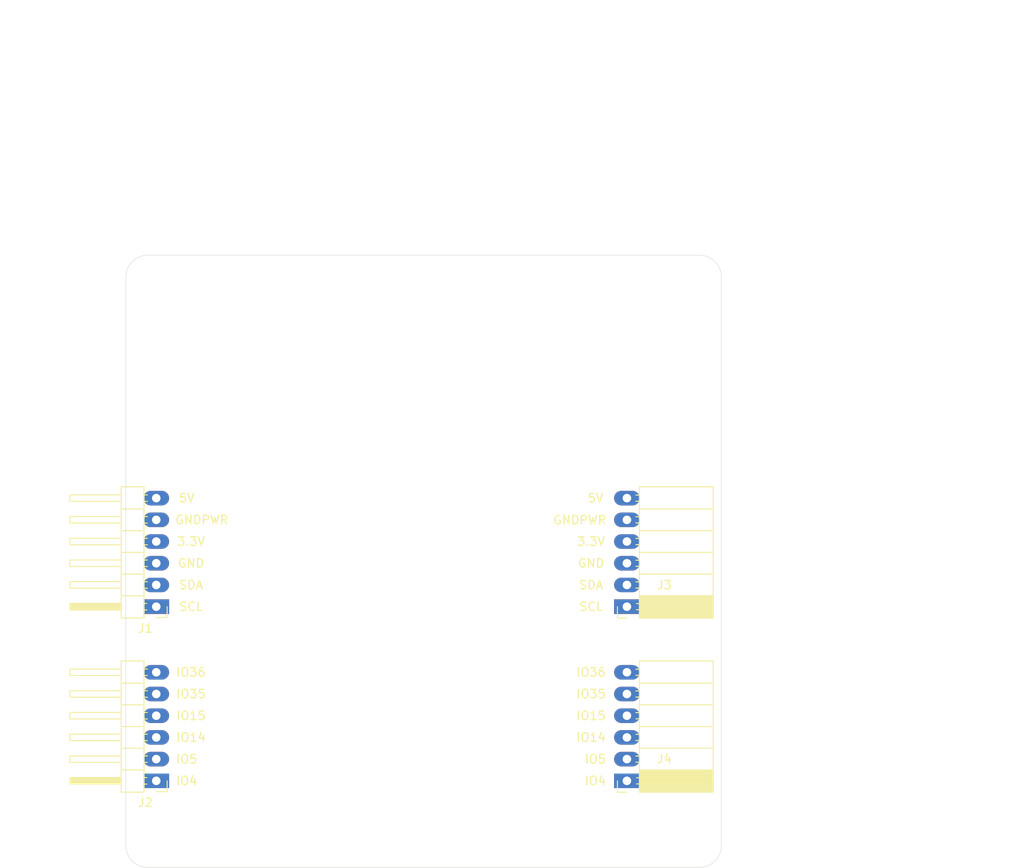
<source format=kicad_pcb>
(kicad_pcb (version 20210925) (generator pcbnew)
  (layers (0 "F.Cu" signal) (31 "B.Cu" signal) (34 "B.Paste" user) (35 "F.Paste" user) (36 "B.SilkS" user "B.Silkscreen") (37 "F.SilkS" user "F.Silkscreen") (38 "B.Mask" user) (39 "F.Mask" user) (44 "Edge.Cuts" user))
  (net 0 "")
  (net 1 "+5V")
  (net 2 "GNDPWR")
  (net 3 "+3V3")
  (net 4 "GND")
  (net 5 "SCL")
  (net 6 "SDA")
  (net 7 "GPIO15")
  (net 8 "GPIO5")
  (net 9 "GPIO4")
  (net 10 "GPIO36")
  (net 11 "GPIO35")
  (net 12 "GPIO14")
  (footprint "Connector_PinSocket_2.54mm:PinSocket_1x06_P2.54mm_Horizontal" (layer "F.Cu") (at 122.1 116.875 180)
    (fp_text reference "J4" (at -4.38 2.575) (layer "F.SilkS"))
    (fp_text value "Conn_01x06_Female")
    (fp_line (start -10.09 0.44333) (end -1.46 0.44333) (layer "F.SilkS") (width 0.12))
    (fp_line (start -10.09 -0.73762) (end -1.46 -0.73762) (layer "F.SilkS") (width 0.12))
    (fp_line (start -10.09 -0.02905) (end -1.46 -0.02905) (layer "F.SilkS") (width 0.12))
    (fp_line (start -10.09 -1.21) (end -1.46 -1.21) (layer "F.SilkS") (width 0.12))
    (fp_line (start -10.09 1.1519) (end -1.46 1.1519) (layer "F.SilkS") (width 0.12))
    (fp_line (start -10.09 -0.147145) (end -1.46 -0.147145) (layer "F.SilkS") (width 0.12))
    (fp_line (start -10.09 0.089045) (end -1.46 0.089045) (layer "F.SilkS") (width 0.12))
    (fp_line (start -1.46 10.52) (end -1.05 10.52) (layer "F.SilkS") (width 0.12))
    (fp_line (start -10.09 11.43) (end -1.46 11.43) (layer "F.SilkS") (width 0.12))
    (fp_line (start -10.09 0.561425) (end -1.46 0.561425) (layer "F.SilkS") (width 0.12))
    (fp_line (start -10.09 -1.091905) (end -1.46 -1.091905) (layer "F.SilkS") (width 0.12))
    (fp_line (start -10.09 -1.33) (end -10.09 14.03) (layer "F.SilkS") (width 0.12))
    (fp_line (start -1.46 -1.33) (end -1.46 14.03) (layer "F.SilkS") (width 0.12))
    (fp_line (start -1.46 9.8) (end -1.05 9.8) (layer "F.SilkS") (width 0.12))
    (fp_line (start -10.09 1.033805) (end -1.46 1.033805) (layer "F.SilkS") (width 0.12))
    (fp_line (start -10.09 -0.97381) (end -1.46 -0.97381) (layer "F.SilkS") (width 0.12))
    (fp_line (start -1.46 5.44) (end -1.05 5.44) (layer "F.SilkS") (width 0.12))
    (fp_line (start -10.09 6.35) (end -1.46 6.35) (layer "F.SilkS") (width 0.12))
    (fp_line (start -1.46 -0.36) (end -1.11 -0.36) (layer "F.SilkS") (width 0.12))
    (fp_line (start -10.09 -0.855715) (end -1.46 -0.855715) (layer "F.SilkS") (width 0.12))
    (fp_line (start -1.46 7.98) (end -1.05 7.98) (layer "F.SilkS") (width 0.12))
    (fp_line (start -10.09 14.03) (end -1.46 14.03) (layer "F.SilkS") (width 0.12))
    (fp_line (start -1.46 7.26) (end -1.05 7.26) (layer "F.SilkS") (width 0.12))
    (fp_line (start -10.09 0.91571) (end -1.46 0.91571) (layer "F.SilkS") (width 0.12))
    (fp_line (start -10.09 -0.26524) (end -1.46 -0.26524) (layer "F.SilkS") (width 0.12))
    (fp_line (start -10.09 -0.383335) (end -1.46 -0.383335) (layer "F.SilkS") (width 0.12))
    (fp_line (start -1.46 0.36) (end -1.11 0.36) (layer "F.SilkS") (width 0.12))
    (fp_line (start -1.46 2.18) (end -1.05 2.18) (layer "F.SilkS") (width 0.12))
    (fp_line (start -1.46 2.9) (end -1.05 2.9) (layer "F.SilkS") (width 0.12))
    (fp_line (start 1.11 -1.33) (end 1.11 0) (layer "F.SilkS") (width 0.12))
    (fp_line (start -10.09 -1.33) (end -1.46 -1.33) (layer "F.SilkS") (width 0.12))
    (fp_line (start -10.09 -0.619525) (end -1.46 -0.619525) (layer "F.SilkS") (width 0.12))
    (fp_line (start -10.09 8.89) (end -1.46 8.89) (layer "F.SilkS") (width 0.12))
    (fp_line (start -10.09 3.81) (end -1.46 3.81) (layer "F.SilkS") (width 0.12))
    (fp_line (start -10.09 0.67952) (end -1.46 0.67952) (layer "F.SilkS") (width 0.12))
    (fp_line (start 0 -1.33) (end 1.11 -1.33) (layer "F.SilkS") (width 0.12))
    (fp_line (start -1.46 4.72) (end -1.05 4.72) (layer "F.SilkS") (width 0.12))
    (fp_line (start -10.09 0.325235) (end -1.46 0.325235) (layer "F.SilkS") (width 0.12))
    (fp_line (start -1.46 13.06) (end -1.05 13.06) (layer "F.SilkS") (width 0.12))
    (fp_line (start -10.09 -0.50143) (end -1.46 -0.50143) (layer "F.SilkS") (width 0.12))
    (fp_line (start -1.46 12.34) (end -1.05 12.34) (layer "F.SilkS") (width 0.12))
    (fp_line (start -10.09 1.27) (end -1.46 1.27) (layer "F.SilkS") (width 0.12))
    (fp_line (start -10.09 0.797615) (end -1.46 0.797615) (layer "F.SilkS") (width 0.12))
    (fp_line (start -10.09 0.20714) (end -1.46 0.20714) (layer "F.SilkS") (width 0.12))
    (pad "1" thru_hole rect locked (at 0 0 180) (size 3 1.7) (drill 1) (layers *.Cu *.Mask) (net 9 "GPIO4"))
    (pad "2" thru_hole oval locked (at 0 2.54 180) (size 3 1.7) (drill 1) (layers *.Cu *.Mask) (net 8 "GPIO5"))
    (pad "3" thru_hole oval locked (at 0 5.08 180) (size 3 1.7) (drill 1) (layers *.Cu *.Mask) (net 12 "GPIO14"))
    (pad "4" thru_hole oval locked (at 0 7.62 180) (size 3 1.7) (drill 1) (layers *.Cu *.Mask) (net 7 "GPIO15"))
    (pad "5" thru_hole oval locked (at 0 10.16 180) (size 3 1.7) (drill 1) (layers *.Cu *.Mask) (net 11 "GPIO35"))
    (pad "6" thru_hole oval locked (at 0 12.7 180) (size 3 1.7) (drill 1) (layers *.Cu *.Mask) (net 10 "GPIO36"))
  )
  (footprint "Connector_PinHeader_2.54mm:PinHeader_1x06_P2.54mm_Horizontal" (layer "F.Cu") (at 67.056 96.495 180)
    (fp_text reference "J1" (at 1.27 -2.54) (layer "F.SilkS"))
    (fp_text value "Conn_01x06_Male")
    (fp_line (start 1.44 14.03) (end 4.1 14.03) (layer "F.SilkS") (width 0.12))
    (fp_line (start 4.1 -1.33) (end 1.44 -1.33) (layer "F.SilkS") (width 0.12))
    (fp_line (start 10.1 5.46) (end 4.1 5.46) (layer "F.SilkS") (width 0.12))
    (fp_line (start 1.042929 2.16) (end 1.44 2.16) (layer "F.SilkS") (width 0.12))
    (fp_line (start 4.1 -0.32) (end 10.1 -0.32) (layer "F.SilkS") (width 0.12))
    (fp_line (start 1.44 11.43) (end 4.1 11.43) (layer "F.SilkS") (width 0.12))
    (fp_line (start 4.1 0.16) (end 10.1 0.16) (layer "F.SilkS") (width 0.12))
    (fp_line (start 10.1 4.7) (end 10.1 5.46) (layer "F.SilkS") (width 0.12))
    (fp_line (start 1.042929 4.7) (end 1.44 4.7) (layer "F.SilkS") (width 0.12))
    (fp_line (start 4.1 7.24) (end 10.1 7.24) (layer "F.SilkS") (width 0.12))
    (fp_line (start 1.11 0.38) (end 1.44 0.38) (layer "F.SilkS") (width 0.12))
    (fp_line (start 4.1 14.03) (end 4.1 -1.33) (layer "F.SilkS") (width 0.12))
    (fp_line (start 10.1 8) (end 4.1 8) (layer "F.SilkS") (width 0.12))
    (fp_line (start 10.1 9.78) (end 10.1 10.54) (layer "F.SilkS") (width 0.12))
    (fp_line (start 1.042929 12.32) (end 1.44 12.32) (layer "F.SilkS") (width 0.12))
    (fp_line (start 10.1 10.54) (end 4.1 10.54) (layer "F.SilkS") (width 0.12))
    (fp_line (start 4.1 12.32) (end 10.1 12.32) (layer "F.SilkS") (width 0.12))
    (fp_line (start 4.1 0.28) (end 10.1 0.28) (layer "F.SilkS") (width 0.12))
    (fp_line (start 1.44 6.35) (end 4.1 6.35) (layer "F.SilkS") (width 0.12))
    (fp_line (start 10.1 12.32) (end 10.1 13.08) (layer "F.SilkS") (width 0.12))
    (fp_line (start 10.1 -0.38) (end 10.1 0.38) (layer "F.SilkS") (width 0.12))
    (fp_line (start -1.27 0) (end -1.27 -1.27) (layer "F.SilkS") (width 0.12))
    (fp_line (start 1.042929 9.78) (end 1.44 9.78) (layer "F.SilkS") (width 0.12))
    (fp_line (start 10.1 13.08) (end 4.1 13.08) (layer "F.SilkS") (width 0.12))
    (fp_line (start 1.042929 7.24) (end 1.44 7.24) (layer "F.SilkS") (width 0.12))
    (fp_line (start 4.1 9.78) (end 10.1 9.78) (layer "F.SilkS") (width 0.12))
    (fp_line (start 4.1 -0.38) (end 10.1 -0.38) (layer "F.SilkS") (width 0.12))
    (fp_line (start 1.11 -0.38) (end 1.44 -0.38) (layer "F.SilkS") (width 0.12))
    (fp_line (start 4.1 2.16) (end 10.1 2.16) (layer "F.SilkS") (width 0.12))
    (fp_line (start 1.44 -1.33) (end 1.44 14.03) (layer "F.SilkS") (width 0.12))
    (fp_line (start -1.27 -1.27) (end 0 -1.27) (layer "F.SilkS") (width 0.12))
    (fp_line (start 1.042929 5.46) (end 1.44 5.46) (layer "F.SilkS") (width 0.12))
    (fp_line (start 1.44 8.89) (end 4.1 8.89) (layer "F.SilkS") (width 0.12))
    (fp_line (start 1.44 3.81) (end 4.1 3.81) (layer "F.SilkS") (width 0.12))
    (fp_line (start 1.042929 8) (end 1.44 8) (layer "F.SilkS") (width 0.12))
    (fp_line (start 1.44 1.27) (end 4.1 1.27) (layer "F.SilkS") (width 0.12))
    (fp_line (start 10.1 0.38) (end 4.1 0.38) (layer "F.SilkS") (width 0.12))
    (fp_line (start 4.1 0.04) (end 10.1 0.04) (layer "F.SilkS") (width 0.12))
    (fp_line (start 4.1 4.7) (end 10.1 4.7) (layer "F.SilkS") (width 0.12))
    (fp_line (start 1.042929 2.92) (end 1.44 2.92) (layer "F.SilkS") (width 0.12))
    (fp_line (start 4.1 -0.08) (end 10.1 -0.08) (layer "F.SilkS") (width 0.12))
    (fp_line (start 10.1 2.16) (end 10.1 2.92) (layer "F.SilkS") (width 0.12))
    (fp_line (start 10.1 2.92) (end 4.1 2.92) (layer "F.SilkS") (width 0.12))
    (fp_line (start 1.042929 13.08) (end 1.44 13.08) (layer "F.SilkS") (width 0.12))
    (fp_line (start 4.1 -0.2) (end 10.1 -0.2) (layer "F.SilkS") (width 0.12))
    (fp_line (start 10.1 7.24) (end 10.1 8) (layer "F.SilkS") (width 0.12))
    (fp_line (start 1.042929 10.54) (end 1.44 10.54) (layer "F.SilkS") (width 0.12))
    (pad "1" thru_hole rect locked (at 0 0 180) (size 3 1.7) (drill 1) (layers *.Cu *.Mask) (net 5 "SCL"))
    (pad "2" thru_hole oval locked (at 0 2.54 180) (size 3 1.7) (drill 1) (layers *.Cu *.Mask) (net 6 "SDA"))
    (pad "3" thru_hole oval locked (at 0 5.08 180) (size 3 1.7) (drill 1) (layers *.Cu *.Mask) (net 4 "GND"))
    (pad "4" thru_hole oval locked (at 0 7.62 180) (size 3 1.7) (drill 1) (layers *.Cu *.Mask) (net 3 "+3V3"))
    (pad "5" thru_hole oval locked (at 0 10.16 180) (size 3 1.7) (drill 1) (layers *.Cu *.Mask) (net 2 "GNDPWR"))
    (pad "6" thru_hole oval locked (at 0 12.7 180) (size 3 1.7) (drill 1) (layers *.Cu *.Mask) (net 1 "+5V"))
  )
  (footprint "Connector_PinHeader_2.54mm:PinHeader_1x06_P2.54mm_Horizontal" (layer "F.Cu") (at 67.056 116.875 180)
    (fp_text reference "J2" (at 1.27 -2.54) (layer "F.SilkS"))
    (fp_text value "Conn_01x06_Male")
    (fp_line (start 1.44 1.27) (end 4.1 1.27) (layer "F.SilkS") (width 0.12))
    (fp_line (start 1.042929 4.7) (end 1.44 4.7) (layer "F.SilkS") (width 0.12))
    (fp_line (start 10.1 7.24) (end 10.1 8) (layer "F.SilkS") (width 0.12))
    (fp_line (start 10.1 2.92) (end 4.1 2.92) (layer "F.SilkS") (width 0.12))
    (fp_line (start 10.1 5.46) (end 4.1 5.46) (layer "F.SilkS") (width 0.12))
    (fp_line (start -1.27 -1.27) (end 0 -1.27) (layer "F.SilkS") (width 0.12))
    (fp_line (start 4.1 0.04) (end 10.1 0.04) (layer "F.SilkS") (width 0.12))
    (fp_line (start -1.27 0) (end -1.27 -1.27) (layer "F.SilkS") (width 0.12))
    (fp_line (start 4.1 14.03) (end 4.1 -1.33) (layer "F.SilkS") (width 0.12))
    (fp_line (start 1.44 11.43) (end 4.1 11.43) (layer "F.SilkS") (width 0.12))
    (fp_line (start 10.1 9.78) (end 10.1 10.54) (layer "F.SilkS") (width 0.12))
    (fp_line (start 1.44 -1.33) (end 1.44 14.03) (layer "F.SilkS") (width 0.12))
    (fp_line (start 1.44 6.35) (end 4.1 6.35) (layer "F.SilkS") (width 0.12))
    (fp_line (start 10.1 2.16) (end 10.1 2.92) (layer "F.SilkS") (width 0.12))
    (fp_line (start 10.1 8) (end 4.1 8) (layer "F.SilkS") (width 0.12))
    (fp_line (start 1.042929 2.92) (end 1.44 2.92) (layer "F.SilkS") (width 0.12))
    (fp_line (start 1.11 -0.38) (end 1.44 -0.38) (layer "F.SilkS") (width 0.12))
    (fp_line (start 4.1 0.16) (end 10.1 0.16) (layer "F.SilkS") (width 0.12))
    (fp_line (start 1.042929 8) (end 1.44 8) (layer "F.SilkS") (width 0.12))
    (fp_line (start 4.1 -0.08) (end 10.1 -0.08) (layer "F.SilkS") (width 0.12))
    (fp_line (start 4.1 7.24) (end 10.1 7.24) (layer "F.SilkS") (width 0.12))
    (fp_line (start 1.042929 12.32) (end 1.44 12.32) (layer "F.SilkS") (width 0.12))
    (fp_line (start 1.042929 13.08) (end 1.44 13.08) (layer "F.SilkS") (width 0.12))
    (fp_line (start 4.1 4.7) (end 10.1 4.7) (layer "F.SilkS") (width 0.12))
    (fp_line (start 4.1 -0.38) (end 10.1 -0.38) (layer "F.SilkS") (width 0.12))
    (fp_line (start 1.042929 9.78) (end 1.44 9.78) (layer "F.SilkS") (width 0.12))
    (fp_line (start 4.1 0.28) (end 10.1 0.28) (layer "F.SilkS") (width 0.12))
    (fp_line (start 1.44 8.89) (end 4.1 8.89) (layer "F.SilkS") (width 0.12))
    (fp_line (start 1.042929 7.24) (end 1.44 7.24) (layer "F.SilkS") (width 0.12))
    (fp_line (start 1.44 14.03) (end 4.1 14.03) (layer "F.SilkS") (width 0.12))
    (fp_line (start 4.1 -1.33) (end 1.44 -1.33) (layer "F.SilkS") (width 0.12))
    (fp_line (start 10.1 10.54) (end 4.1 10.54) (layer "F.SilkS") (width 0.12))
    (fp_line (start 1.042929 10.54) (end 1.44 10.54) (layer "F.SilkS") (width 0.12))
    (fp_line (start 10.1 13.08) (end 4.1 13.08) (layer "F.SilkS") (width 0.12))
    (fp_line (start 1.042929 5.46) (end 1.44 5.46) (layer "F.SilkS") (width 0.12))
    (fp_line (start 4.1 2.16) (end 10.1 2.16) (layer "F.SilkS") (width 0.12))
    (fp_line (start 10.1 -0.38) (end 10.1 0.38) (layer "F.SilkS") (width 0.12))
    (fp_line (start 10.1 4.7) (end 10.1 5.46) (layer "F.SilkS") (width 0.12))
    (fp_line (start 1.11 0.38) (end 1.44 0.38) (layer "F.SilkS") (width 0.12))
    (fp_line (start 10.1 0.38) (end 4.1 0.38) (layer "F.SilkS") (width 0.12))
    (fp_line (start 1.44 3.81) (end 4.1 3.81) (layer "F.SilkS") (width 0.12))
    (fp_line (start 1.042929 2.16) (end 1.44 2.16) (layer "F.SilkS") (width 0.12))
    (fp_line (start 4.1 -0.2) (end 10.1 -0.2) (layer "F.SilkS") (width 0.12))
    (fp_line (start 4.1 9.78) (end 10.1 9.78) (layer "F.SilkS") (width 0.12))
    (fp_line (start 10.1 12.32) (end 10.1 13.08) (layer "F.SilkS") (width 0.12))
    (fp_line (start 4.1 -0.32) (end 10.1 -0.32) (layer "F.SilkS") (width 0.12))
    (fp_line (start 4.1 12.32) (end 10.1 12.32) (layer "F.SilkS") (width 0.12))
    (pad "1" thru_hole rect locked (at 0 0 180) (size 3 1.7) (drill 1) (layers *.Cu *.Mask) (net 9 "GPIO4"))
    (pad "2" thru_hole oval locked (at 0 2.54 180) (size 3 1.7) (drill 1) (layers *.Cu *.Mask) (net 8 "GPIO5"))
    (pad "3" thru_hole oval locked (at 0 5.08 180) (size 3 1.7) (drill 1) (layers *.Cu *.Mask) (net 12 "GPIO14"))
    (pad "4" thru_hole oval locked (at 0 7.62 180) (size 3 1.7) (drill 1) (layers *.Cu *.Mask) (net 7 "GPIO15"))
    (pad "5" thru_hole oval locked (at 0 10.16 180) (size 3 1.7) (drill 1) (layers *.Cu *.Mask) (net 11 "GPIO35"))
    (pad "6" thru_hole oval locked (at 0 12.7 180) (size 3 1.7) (drill 1) (layers *.Cu *.Mask) (net 10 "GPIO36"))
  )
  (footprint "Connector_PinSocket_2.54mm:PinSocket_1x06_P2.54mm_Horizontal" (layer "F.Cu") (at 122.1 96.495 180)
    (fp_text reference "J3" (at -4.38 2.515) (layer "F.SilkS"))
    (fp_text value "Conn_01x06_Female")
    (fp_line (start -10.09 0.325235) (end -1.46 0.325235) (layer "F.SilkS") (width 0.12))
    (fp_line (start -1.46 0.36) (end -1.11 0.36) (layer "F.SilkS") (width 0.12))
    (fp_line (start -10.09 1.1519) (end -1.46 1.1519) (layer "F.SilkS") (width 0.12))
    (fp_line (start -10.09 -0.73762) (end -1.46 -0.73762) (layer "F.SilkS") (width 0.12))
    (fp_line (start -10.09 0.91571) (end -1.46 0.91571) (layer "F.SilkS") (width 0.12))
    (fp_line (start -10.09 -0.97381) (end -1.46 -0.97381) (layer "F.SilkS") (width 0.12))
    (fp_line (start -10.09 0.67952) (end -1.46 0.67952) (layer "F.SilkS") (width 0.12))
    (fp_line (start -1.46 13.06) (end -1.05 13.06) (layer "F.SilkS") (width 0.12))
    (fp_line (start -10.09 -0.855715) (end -1.46 -0.855715) (layer "F.SilkS") (width 0.12))
    (fp_line (start -10.09 0.20714) (end -1.46 0.20714) (layer "F.SilkS") (width 0.12))
    (fp_line (start -10.09 1.033805) (end -1.46 1.033805) (layer "F.SilkS") (width 0.12))
    (fp_line (start -10.09 3.81) (end -1.46 3.81) (layer "F.SilkS") (width 0.12))
    (fp_line (start -10.09 -1.21) (end -1.46 -1.21) (layer "F.SilkS") (width 0.12))
    (fp_line (start -1.46 7.98) (end -1.05 7.98) (layer "F.SilkS") (width 0.12))
    (fp_line (start -1.46 10.52) (end -1.05 10.52) (layer "F.SilkS") (width 0.12))
    (fp_line (start -10.09 0.44333) (end -1.46 0.44333) (layer "F.SilkS") (width 0.12))
    (fp_line (start -10.09 -1.33) (end -1.46 -1.33) (layer "F.SilkS") (width 0.12))
    (fp_line (start -10.09 14.03) (end -1.46 14.03) (layer "F.SilkS") (width 0.12))
    (fp_line (start -1.46 -1.33) (end -1.46 14.03) (layer "F.SilkS") (width 0.12))
    (fp_line (start -1.46 -0.36) (end -1.11 -0.36) (layer "F.SilkS") (width 0.12))
    (fp_line (start -1.46 7.26) (end -1.05 7.26) (layer "F.SilkS") (width 0.12))
    (fp_line (start -10.09 11.43) (end -1.46 11.43) (layer "F.SilkS") (width 0.12))
    (fp_line (start -10.09 0.561425) (end -1.46 0.561425) (layer "F.SilkS") (width 0.12))
    (fp_line (start -1.46 5.44) (end -1.05 5.44) (layer "F.SilkS") (width 0.12))
    (fp_line (start -10.09 0.089045) (end -1.46 0.089045) (layer "F.SilkS") (width 0.12))
    (fp_line (start -10.09 -0.383335) (end -1.46 -0.383335) (layer "F.SilkS") (width 0.12))
    (fp_line (start -10.09 -0.26524) (end -1.46 -0.26524) (layer "F.SilkS") (width 0.12))
    (fp_line (start -10.09 -0.619525) (end -1.46 -0.619525) (layer "F.SilkS") (width 0.12))
    (fp_line (start -10.09 -1.091905) (end -1.46 -1.091905) (layer "F.SilkS") (width 0.12))
    (fp_line (start -10.09 -0.50143) (end -1.46 -0.50143) (layer "F.SilkS") (width 0.12))
    (fp_line (start -1.46 2.9) (end -1.05 2.9) (layer "F.SilkS") (width 0.12))
    (fp_line (start -1.46 4.72) (end -1.05 4.72) (layer "F.SilkS") (width 0.12))
    (fp_line (start -10.09 1.27) (end -1.46 1.27) (layer "F.SilkS") (width 0.12))
    (fp_line (start 1.11 -1.33) (end 1.11 0) (layer "F.SilkS") (width 0.12))
    (fp_line (start -10.09 -1.33) (end -10.09 14.03) (layer "F.SilkS") (width 0.12))
    (fp_line (start 0 -1.33) (end 1.11 -1.33) (layer "F.SilkS") (width 0.12))
    (fp_line (start -10.09 0.797615) (end -1.46 0.797615) (layer "F.SilkS") (width 0.12))
    (fp_line (start -1.46 12.34) (end -1.05 12.34) (layer "F.SilkS") (width 0.12))
    (fp_line (start -10.09 -0.147145) (end -1.46 -0.147145) (layer "F.SilkS") (width 0.12))
    (fp_line (start -1.46 2.18) (end -1.05 2.18) (layer "F.SilkS") (width 0.12))
    (fp_line (start -10.09 8.89) (end -1.46 8.89) (layer "F.SilkS") (width 0.12))
    (fp_line (start -10.09 6.35) (end -1.46 6.35) (layer "F.SilkS") (width 0.12))
    (fp_line (start -10.09 -0.02905) (end -1.46 -0.02905) (layer "F.SilkS") (width 0.12))
    (fp_line (start -1.46 9.8) (end -1.05 9.8) (layer "F.SilkS") (width 0.12))
    (pad "1" thru_hole rect locked (at 0 0 180) (size 3 1.7) (drill 1) (layers *.Cu *.Mask) (net 5 "SCL"))
    (pad "2" thru_hole oval locked (at 0 2.54 180) (size 3 1.7) (drill 1) (layers *.Cu *.Mask) (net 6 "SDA"))
    (pad "3" thru_hole oval locked (at 0 5.08 180) (size 3 1.7) (drill 1) (layers *.Cu *.Mask) (net 4 "GND"))
    (pad "4" thru_hole oval locked (at 0 7.62 180) (size 3 1.7) (drill 1) (layers *.Cu *.Mask) (net 3 "+3V3"))
    (pad "5" thru_hole oval locked (at 0 10.16 180) (size 3 1.7) (drill 1) (layers *.Cu *.Mask) (net 2 "GNDPWR"))
    (pad "6" thru_hole oval locked (at 0 12.7 180) (size 3 1.7) (drill 1) (layers *.Cu *.Mask) (net 1 "+5V"))
  )
  (footprint "MountingHole:MountingHole_3.2mm_M3" (layer "F.Cu") (at 67.056 58.928)
    (fp_text reference "H1" hide)
    (fp_text value "MountingHole" hide)
    (pad "" np_thru_hole circle locked (at 0 0) (size 3.2 3.2) (drill 3.2) (layers *.Cu *.Mask))
  )
  (footprint "MountingHole:MountingHole_3.2mm_M3" (layer "F.Cu") (at 67.056 123.444)
    (fp_text reference "H3" hide)
    (fp_text value "MountingHole" hide)
    (pad "" np_thru_hole circle locked (at 0 0) (size 3.2 3.2) (drill 3.2) (layers *.Cu *.Mask))
  )
  (footprint "MountingHole:MountingHole_3.2mm_M3" (layer "F.Cu") (at 129.54 58.928)
    (fp_text reference "H2" hide)
    (fp_text value "MountingHole" hide)
    (pad "" np_thru_hole circle locked (at 0 0) (size 3.2 3.2) (drill 3.2) (layers *.Cu *.Mask))
  )
  (footprint "MountingHole:MountingHole_3.2mm_M3" (layer "F.Cu") (at 129.54 123.444)
    (fp_text reference "H4" hide)
    (fp_text value "MountingHole" hide)
    (pad "" np_thru_hole circle locked (at 0 0) (size 3.2 3.2) (drill 3.2) (layers *.Cu *.Mask))
  )
  (gr_line (start 133.1468 57.912) (end 133.149 124.46) (layer "Edge.Cuts") (width 0.05))
  (gr_line (start 63.5 124.46) (end 63.5 57.912) (layer "Edge.Cuts") (width 0.05))
  (gr_line (start 66.04 127) (end 130.609 127) (layer "Edge.Cuts") (width 0.05))
  (gr_arc (start 66.04 57.912) (end 66.04 55.372) (angle -90) (layer "Edge.Cuts") (width 0.05))
  (gr_line (start 66.04 55.372) (end 130.6068 55.372) (layer "Edge.Cuts") (width 0.05))
  (gr_arc (start 66.04 124.46) (end 63.5 124.46) (angle -90) (layer "Edge.Cuts") (width 0.05))
  (gr_arc (start 130.609 124.46) (end 130.609 127) (angle -90) (layer "Edge.Cuts") (width 0.05))
  (gr_arc (start 130.6068 57.912) (end 133.1468 57.912) (angle -90) (layer "Edge.Cuts") (width 0.05))
  (gr_text "5V" (at 118.417 83.795) (layer "F.SilkS") (effects (font (size 1 1))))
  (gr_text "SCL" (at 71.12 96.495) (layer "F.SilkS") (effects (font (size 1 1))))
  (gr_text "SDA" (at 71.12 93.955) (layer "F.SilkS") (effects (font (size 1 1))))
  (gr_text "GND" (at 71.12 91.415) (layer "F.SilkS") (effects (font (size 1 1))))
  (gr_text "3.3V" (at 71.12 88.875) (layer "F.SilkS") (effects (font (size 1 1))))
  (gr_text "GNDPWR" (at 72.39 86.335) (layer "F.SilkS") (effects (font (size 1 1))))
  (gr_text "5V" (at 70.612 83.795) (layer "F.SilkS") (effects (font (size 1 1))))
  (gr_text "IO15" (at 71.12 109.255) (layer "F.SilkS") (effects (font (size 1 1))))
  (gr_text "IO5" (at 70.612 114.335) (layer "F.SilkS") (effects (font (size 1 1))))
  (gr_text "IO4" (at 70.612 116.875) (layer "F.SilkS") (effects (font (size 1 1))))
  (gr_text "IO35" (at 71.12 106.715) (layer "F.SilkS") (effects (font (size 1 1))))
  (gr_text "IO36" (at 71.12 104.175) (layer "F.SilkS") (effects (font (size 1 1))))
  (gr_text "IO14" (at 71.12 111.795) (layer "F.SilkS") (effects (font (size 1 1))))
  (gr_text "GND" (at 117.909 91.415) (layer "F.SilkS") (effects (font (size 1 1))))
  (gr_text "3.3V" (at 117.909 88.875) (layer "F.SilkS") (effects (font (size 1 1))))
  (gr_text "SCL" (at 117.909 96.495) (layer "F.SilkS") (effects (font (size 1 1))))
  (gr_text "IO14" (at 117.909 111.795) (layer "F.SilkS") (effects (font (size 1 1))))
  (gr_text "SDA" (at 117.909 93.955) (layer "F.SilkS") (effects (font (size 1 1))))
  (gr_text "IO5" (at 118.417 114.335) (layer "F.SilkS") (effects (font (size 1 1))))
  (gr_text "IO4" (at 118.417 116.875) (layer "F.SilkS") (effects (font (size 1 1))))
  (gr_text "IO15" (at 117.909 109.255) (layer "F.SilkS") (effects (font (size 1 1))))
  (gr_text "IO36" (at 117.909 104.175) (layer "F.SilkS") (effects (font (size 1 1))))
  (gr_text "IO35" (at 117.909 106.715) (layer "F.SilkS") (effects (font (size 1 1))))
  (gr_text "GNDPWR" (at 116.594 86.36) (layer "F.SilkS") (effects (font (size 1 1))))
)
</source>
